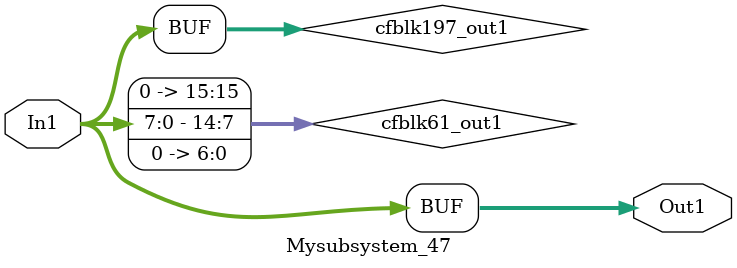
<source format=v>



`timescale 1 ns / 1 ns

module Mysubsystem_47
          (In1,
           Out1);


  input   [7:0] In1;  // uint8
  output  [7:0] Out1;  // uint8


  wire [15:0] cfblk61_out1;  // ufix16_En7
  wire [7:0] cfblk197_out1;  // uint8


  assign cfblk61_out1 = {1'b0, {In1, 7'b0000000}};



  assign cfblk197_out1 = cfblk61_out1[14:7];



  assign Out1 = cfblk197_out1;

endmodule  // Mysubsystem_47


</source>
